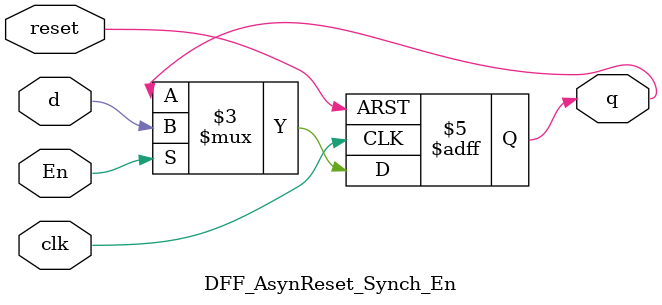
<source format=v>
`timescale 1ns / 1ps
module DFF_AsynReset_Synch_En(q, d, clk, reset, En);
input clk, d, reset, En;
output reg q;

always@(posedge clk, posedge reset)
begin
    if (reset)
        q <= 0;
    else if (En)
        q <= d;
        else 
        q <= q;
end 

endmodule


//module TB;
//reg clk, d, reset, En;
//wire q;

//DFF_AsynReset_Synch_En DFF0(q, d, clk, reset, En);

//initial
//clk = 0;
//always
//#10 clk = ~ clk;

//initial
//begin
////// Enable deasserted
//    @(negedge clk);
//    d = 1; En = 1;
//    @(negedge clk) ;
//    d = 0; En = 1;
////// Enable Asserted    
//    @(negedge clk);
//    d = 1; En = 0;
//    @(negedge clk) ;
//    d = 0; En = 0;
    
////// Reset Asserted    
//    @(negedge clk);
//    reset = 1;
    
//    repeat(3) @(negedge clk);
//    $finish;
    
//end 

//endmodule 



</source>
